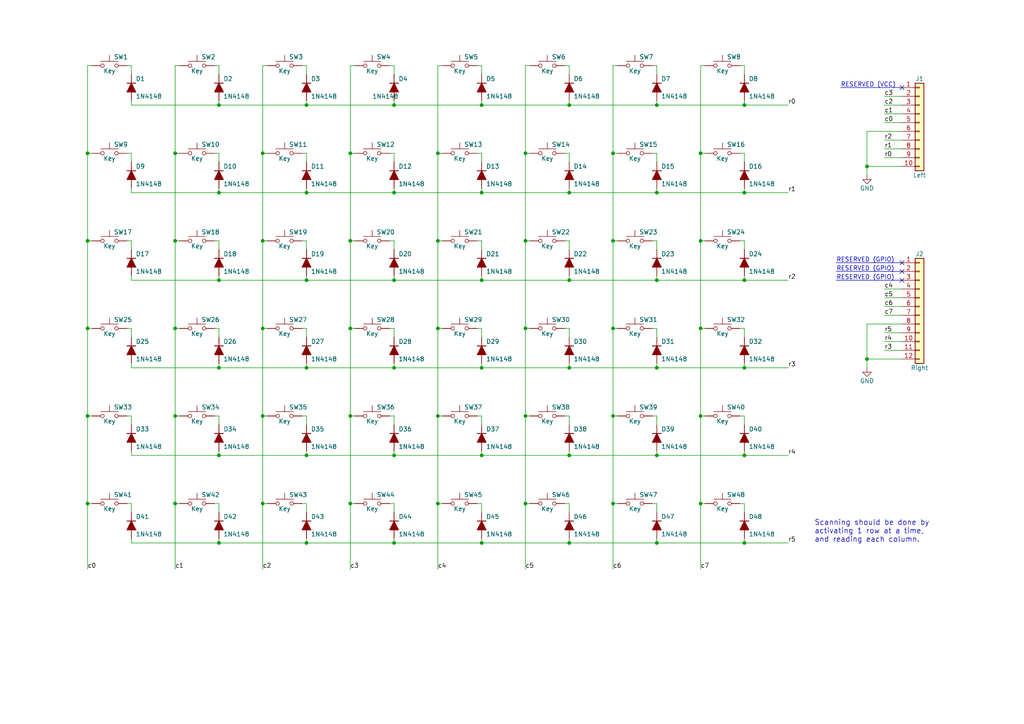
<source format=kicad_sch>
(kicad_sch (version 20230121) (generator eeschema)
  (paper "A4")
  (title_block (title "Eight by Six keyboard") (date "2024-09-06") (company "Sporniket") (comment 3 "https://github.com/sporniket/eight-by-six-keyboard-hardware") (comment 4 "Original repository :"))
  (lib_symbols
    (symbol "Connector_Generic:Conn_01x10" (pin_names (offset 1.016) hide)
      (property "Reference" "J" (at 0 12.7 0))
      (property "Value" "Conn_01x10" (at 0 -15.24 0))
      (symbol "Conn_01x10_1_1"
        (rectangle (start -1.27 -12.573) (end 0 -12.827) (stroke (width 0.1524)))
        (rectangle (start -1.27 -10.033) (end 0 -10.287) (stroke (width 0.1524)))
        (rectangle (start -1.27 -7.493) (end 0 -7.747) (stroke (width 0.1524)))
        (rectangle (start -1.27 -4.953) (end 0 -5.207) (stroke (width 0.1524)))
        (rectangle (start -1.27 -2.413) (end 0 -2.667) (stroke (width 0.1524)))
        (rectangle (start -1.27 0.127) (end 0 -0.127) (stroke (width 0.1524)))
        (rectangle (start -1.27 2.667) (end 0 2.413) (stroke (width 0.1524)))
        (rectangle (start -1.27 5.207) (end 0 4.953) (stroke (width 0.1524)))
        (rectangle (start -1.27 7.747) (end 0 7.493) (stroke (width 0.1524)))
        (rectangle (start -1.27 10.287) (end 0 10.033) (stroke (width 0.1524)))
        (rectangle (start -1.27 11.43) (end 1.27 -13.97) (stroke (width 0.254)) (fill (type background)))
        (pin passive line (at -5.08 10.16 0) (length 3.81) (name "Pin_1") (number "1"))
        (pin passive line (at -5.08 -12.7 0) (length 3.81) (name "Pin_10") (number "10"))
        (pin passive line (at -5.08 7.62 0) (length 3.81) (name "Pin_2") (number "2"))
        (pin passive line (at -5.08 5.08 0) (length 3.81) (name "Pin_3") (number "3"))
        (pin passive line (at -5.08 2.54 0) (length 3.81) (name "Pin_4") (number "4"))
        (pin passive line (at -5.08 0 0) (length 3.81) (name "Pin_5") (number "5"))
        (pin passive line (at -5.08 -2.54 0) (length 3.81) (name "Pin_6") (number "6"))
        (pin passive line (at -5.08 -5.08 0) (length 3.81) (name "Pin_7") (number "7"))
        (pin passive line (at -5.08 -7.62 0) (length 3.81) (name "Pin_8") (number "8"))
        (pin passive line (at -5.08 -10.16 0) (length 3.81) (name "Pin_9") (number "9"))
      )
    )
    (symbol "Connector_Generic:Conn_01x12" (pin_names (offset 1.016) hide)
      (property "Reference" "J" (at 0 15.24 0))
      (property "Value" "Conn_01x12" (at 0 -17.78 0))
      (symbol "Conn_01x12_1_1"
        (rectangle (start -1.27 -15.113) (end 0 -15.367) (stroke (width 0.1524)))
        (rectangle (start -1.27 -12.573) (end 0 -12.827) (stroke (width 0.1524)))
        (rectangle (start -1.27 -10.033) (end 0 -10.287) (stroke (width 0.1524)))
        (rectangle (start -1.27 -7.493) (end 0 -7.747) (stroke (width 0.1524)))
        (rectangle (start -1.27 -4.953) (end 0 -5.207) (stroke (width 0.1524)))
        (rectangle (start -1.27 -2.413) (end 0 -2.667) (stroke (width 0.1524)))
        (rectangle (start -1.27 0.127) (end 0 -0.127) (stroke (width 0.1524)))
        (rectangle (start -1.27 2.667) (end 0 2.413) (stroke (width 0.1524)))
        (rectangle (start -1.27 5.207) (end 0 4.953) (stroke (width 0.1524)))
        (rectangle (start -1.27 7.747) (end 0 7.493) (stroke (width 0.1524)))
        (rectangle (start -1.27 10.287) (end 0 10.033) (stroke (width 0.1524)))
        (rectangle (start -1.27 12.827) (end 0 12.573) (stroke (width 0.1524)))
        (rectangle (start -1.27 13.97) (end 1.27 -16.51) (stroke (width 0.254)) (fill (type background)))
        (pin passive line (at -5.08 12.7 0) (length 3.81) (name "Pin_1") (number "1"))
        (pin passive line (at -5.08 -10.16 0) (length 3.81) (name "Pin_10") (number "10"))
        (pin passive line (at -5.08 -12.7 0) (length 3.81) (name "Pin_11") (number "11"))
        (pin passive line (at -5.08 -15.24 0) (length 3.81) (name "Pin_12") (number "12"))
        (pin passive line (at -5.08 10.16 0) (length 3.81) (name "Pin_2") (number "2"))
        (pin passive line (at -5.08 7.62 0) (length 3.81) (name "Pin_3") (number "3"))
        (pin passive line (at -5.08 5.08 0) (length 3.81) (name "Pin_4") (number "4"))
        (pin passive line (at -5.08 2.54 0) (length 3.81) (name "Pin_5") (number "5"))
        (pin passive line (at -5.08 0 0) (length 3.81) (name "Pin_6") (number "6"))
        (pin passive line (at -5.08 -2.54 0) (length 3.81) (name "Pin_7") (number "7"))
        (pin passive line (at -5.08 -5.08 0) (length 3.81) (name "Pin_8") (number "8"))
        (pin passive line (at -5.08 -7.62 0) (length 3.81) (name "Pin_9") (number "9"))
      )
    )
    (symbol "Device:D_ALT" (pin_numbers hide) (pin_names (offset 1.016) hide)
      (property "Reference" "D" (at 0 2.54 0))
      (property "Value" "Device_D_ALT" (at 0 -2.54 0))
      (symbol "D_ALT_0_1"
        (polyline (pts (xy -1.27 1.27) (xy -1.27 -1.27)) (stroke (width 0.254)))
        (polyline (pts (xy 1.27 0) (xy -1.27 0)))
        (polyline (pts (xy 1.27 1.27) (xy 1.27 -1.27) (xy -1.27 0) (xy 1.27 1.27)) (stroke (width 0.254)) (fill (type outline)))
      )
      (symbol "D_ALT_1_1"
        (pin passive line (at -3.81 0 0) (length 2.54) (name "K") (number "1"))
        (pin passive line (at 3.81 0 180) (length 2.54) (name "A") (number "2"))
      )
    )
    (symbol "Switch:SW_Push" (pin_numbers hide) (pin_names (offset 1.016) hide)
      (property "Reference" "SW" (at 1.27 2.54 0))
      (property "Value" "SW_Push" (at 0 -1.524 0))
      (symbol "SW_Push_0_1"
        (circle (center -2.032 0) (radius 0.508))
        (polyline (pts (xy 0 1.27) (xy 0 3.048)))
        (polyline (pts (xy 2.54 1.27) (xy -2.54 1.27)))
        (circle (center 2.032 0) (radius 0.508))
        (pin passive line (at -5.08 0 0) (length 2.54) (name "1") (number "1"))
        (pin passive line (at 5.08 0 180) (length 2.54) (name "2") (number "2"))
      )
    )
    (symbol "power:GND" (power) (pin_names (offset 0))
      (property "Value" "GND" (at 0 -3.81 0))
      (symbol "GND_0_1"
        (polyline (pts (xy 0 0) (xy 0 -1.27) (xy 1.27 -1.27) (xy 0 -2.54) (xy -1.27 -1.27) (xy 0 -1.27)))
      )
      (symbol "GND_1_1"
        (pin power_in line (at 0 0 270) (length 0) hide (name "GND") (number "1"))
      )
    )
  )
  (junction (at 165.1 55.88))
  (junction (at 101.6 69.85))
  (junction (at 50.8 120.65))
  (junction (at 203.2 69.85))
  (junction (at 177.8 44.45))
  (junction (at 177.8 95.25))
  (junction (at 114.3 55.88))
  (junction (at 114.3 132.08))
  (junction (at 190.5 55.88))
  (junction (at 25.4 69.85))
  (junction (at 152.4 120.65))
  (junction (at 88.9 30.48))
  (junction (at 203.2 44.45))
  (junction (at 101.6 146.05))
  (junction (at 177.8 146.05))
  (junction (at 88.9 157.48))
  (junction (at 127 120.65))
  (junction (at 25.4 146.05))
  (junction (at 114.3 157.48))
  (junction (at 165.1 132.08))
  (junction (at 88.9 81.28))
  (junction (at 139.7 157.48))
  (junction (at 127 44.45))
  (junction (at 76.2 146.05))
  (junction (at 152.4 95.25))
  (junction (at 251.46 104.14))
  (junction (at 203.2 146.05))
  (junction (at 139.7 55.88))
  (junction (at 114.3 81.28))
  (junction (at 127 146.05))
  (junction (at 50.8 95.25))
  (junction (at 139.7 30.48))
  (junction (at 215.9 132.08))
  (junction (at 63.5 55.88))
  (junction (at 139.7 132.08))
  (junction (at 114.3 30.48))
  (junction (at 139.7 81.28))
  (junction (at 152.4 44.45))
  (junction (at 88.9 55.88))
  (junction (at 63.5 157.48))
  (junction (at 63.5 106.68))
  (junction (at 215.9 106.68))
  (junction (at 63.5 81.28))
  (junction (at 25.4 44.45))
  (junction (at 114.3 106.68))
  (junction (at 76.2 120.65))
  (junction (at 88.9 106.68))
  (junction (at 50.8 146.05))
  (junction (at 190.5 132.08))
  (junction (at 101.6 95.25))
  (junction (at 139.7 106.68))
  (junction (at 50.8 44.45))
  (junction (at 101.6 120.65))
  (junction (at 190.5 30.48))
  (junction (at 215.9 30.48))
  (junction (at 88.9 132.08))
  (junction (at 127 69.85))
  (junction (at 25.4 120.65))
  (junction (at 152.4 146.05))
  (junction (at 177.8 120.65))
  (junction (at 190.5 157.48))
  (junction (at 76.2 69.85))
  (junction (at 76.2 95.25))
  (junction (at 215.9 157.48))
  (junction (at 25.4 95.25))
  (junction (at 215.9 81.28))
  (junction (at 177.8 69.85))
  (junction (at 63.5 30.48))
  (junction (at 127 95.25))
  (junction (at 152.4 69.85))
  (junction (at 203.2 120.65))
  (junction (at 165.1 157.48))
  (junction (at 165.1 106.68))
  (junction (at 165.1 30.48))
  (junction (at 165.1 81.28))
  (junction (at 190.5 106.68))
  (junction (at 203.2 95.25))
  (junction (at 251.46 48.26))
  (junction (at 76.2 44.45))
  (junction (at 215.9 55.88))
  (junction (at 101.6 44.45))
  (junction (at 50.8 69.85))
  (junction (at 63.5 132.08))
  (junction (at 190.5 81.28))
  (no_connect (at 261.62 76.2))
  (no_connect (at 261.62 78.74))
  (no_connect (at 261.62 25.4))
  (no_connect (at 261.62 81.28))
  (wire (pts (xy 179.07 44.45) (xy 177.8 44.45)))
  (wire (pts (xy 179.07 120.65) (xy 177.8 120.65)))
  (wire (pts (xy 26.67 120.65) (xy 25.4 120.65)))
  (wire (pts (xy 138.43 95.25) (xy 139.7 95.25)))
  (wire (pts (xy 139.7 106.68) (xy 165.1 106.68)))
  (wire (pts (xy 113.03 69.85) (xy 114.3 69.85)))
  (wire (pts (xy 36.83 69.85) (xy 38.1 69.85)))
  (wire (pts (xy 26.67 44.45) (xy 25.4 44.45)))
  (wire (pts (xy 165.1 44.45) (xy 165.1 46.99)))
  (wire (pts (xy 190.5 21.59) (xy 190.5 19.05)))
  (polyline (pts (xy 243.84 25.4) (xy 261.62 25.4)))
  (wire (pts (xy 25.4 44.45) (xy 25.4 69.85)))
  (wire (pts (xy 38.1 156.21) (xy 38.1 157.48)))
  (wire (pts (xy 88.9 29.21) (xy 88.9 30.48)))
  (wire (pts (xy 190.5 120.65) (xy 190.5 123.19)))
  (wire (pts (xy 256.54 43.18) (xy 261.62 43.18)))
  (wire (pts (xy 101.6 44.45) (xy 101.6 69.85)))
  (wire (pts (xy 88.9 130.81) (xy 88.9 132.08)))
  (wire (pts (xy 139.7 120.65) (xy 139.7 123.19)))
  (wire (pts (xy 152.4 95.25) (xy 152.4 120.65)))
  (wire (pts (xy 88.9 19.05) (xy 87.63 19.05)))
  (wire (pts (xy 179.07 95.25) (xy 177.8 95.25)))
  (wire (pts (xy 256.54 45.72) (xy 261.62 45.72)))
  (wire (pts (xy 251.46 104.14) (xy 261.62 104.14)))
  (wire (pts (xy 215.9 30.48) (xy 228.6 30.48)))
  (wire (pts (xy 190.5 72.39) (xy 190.5 69.85)))
  (wire (pts (xy 114.3 95.25) (xy 114.3 97.79)))
  (wire (pts (xy 26.67 19.05) (xy 25.4 19.05)))
  (wire (pts (xy 62.23 95.25) (xy 63.5 95.25)))
  (wire (pts (xy 62.23 69.85) (xy 63.5 69.85)))
  (wire (pts (xy 251.46 48.26) (xy 261.62 48.26)))
  (wire (pts (xy 77.47 146.05) (xy 76.2 146.05)))
  (wire (pts (xy 25.4 95.25) (xy 25.4 120.65)))
  (wire (pts (xy 190.5 80.01) (xy 190.5 81.28)))
  (wire (pts (xy 139.7 146.05) (xy 139.7 148.59)))
  (wire (pts (xy 165.1 30.48) (xy 190.5 30.48)))
  (wire (pts (xy 256.54 33.02) (xy 261.62 33.02)))
  (wire (pts (xy 76.2 120.65) (xy 76.2 146.05)))
  (wire (pts (xy 204.47 44.45) (xy 203.2 44.45)))
  (wire (pts (xy 38.1 105.41) (xy 38.1 106.68)))
  (wire (pts (xy 165.1 106.68) (xy 190.5 106.68)))
  (wire (pts (xy 256.54 99.06) (xy 261.62 99.06)))
  (wire (pts (xy 102.87 146.05) (xy 101.6 146.05)))
  (wire (pts (xy 38.1 120.65) (xy 38.1 123.19)))
  (wire (pts (xy 38.1 19.05) (xy 38.1 21.59)))
  (wire (pts (xy 52.07 146.05) (xy 50.8 146.05)))
  (wire (pts (xy 215.9 156.21) (xy 215.9 157.48)))
  (wire (pts (xy 204.47 146.05) (xy 203.2 146.05)))
  (wire (pts (xy 165.1 156.21) (xy 165.1 157.48)))
  (wire (pts (xy 38.1 106.68) (xy 63.5 106.68)))
  (wire (pts (xy 153.67 120.65) (xy 152.4 120.65)))
  (wire (pts (xy 88.9 54.61) (xy 88.9 55.88)))
  (wire (pts (xy 152.4 146.05) (xy 152.4 165.1)))
  (wire (pts (xy 114.3 146.05) (xy 114.3 148.59)))
  (wire (pts (xy 189.23 120.65) (xy 190.5 120.65)))
  (wire (pts (xy 256.54 86.36) (xy 261.62 86.36)))
  (wire (pts (xy 88.9 120.65) (xy 88.9 123.19)))
  (wire (pts (xy 26.67 69.85) (xy 25.4 69.85)))
  (wire (pts (xy 77.47 19.05) (xy 76.2 19.05)))
  (wire (pts (xy 114.3 105.41) (xy 114.3 106.68)))
  (wire (pts (xy 88.9 105.41) (xy 88.9 106.68)))
  (wire (pts (xy 152.4 44.45) (xy 152.4 69.85)))
  (wire (pts (xy 36.83 19.05) (xy 38.1 19.05)))
  (wire (pts (xy 128.27 69.85) (xy 127 69.85)))
  (wire (pts (xy 128.27 19.05) (xy 127 19.05)))
  (wire (pts (xy 179.07 69.85) (xy 177.8 69.85)))
  (wire (pts (xy 38.1 54.61) (xy 38.1 55.88)))
  (wire (pts (xy 50.8 95.25) (xy 50.8 120.65)))
  (wire (pts (xy 177.8 120.65) (xy 177.8 146.05)))
  (wire (pts (xy 76.2 69.85) (xy 76.2 95.25)))
  (wire (pts (xy 63.5 54.61) (xy 63.5 55.88)))
  (wire (pts (xy 114.3 80.01) (xy 114.3 81.28)))
  (wire (pts (xy 36.83 120.65) (xy 38.1 120.65)))
  (wire (pts (xy 139.7 105.41) (xy 139.7 106.68)))
  (wire (pts (xy 38.1 44.45) (xy 36.83 44.45)))
  (wire (pts (xy 114.3 54.61) (xy 114.3 55.88)))
  (wire (pts (xy 87.63 44.45) (xy 88.9 44.45)))
  (wire (pts (xy 215.9 54.61) (xy 215.9 55.88)))
  (wire (pts (xy 63.5 106.68) (xy 88.9 106.68)))
  (wire (pts (xy 101.6 95.25) (xy 101.6 120.65)))
  (wire (pts (xy 127 44.45) (xy 127 69.85)))
  (wire (pts (xy 152.4 120.65) (xy 152.4 146.05)))
  (wire (pts (xy 251.46 48.26) (xy 251.46 50.8)))
  (wire (pts (xy 63.5 80.01) (xy 63.5 81.28)))
  (wire (pts (xy 25.4 69.85) (xy 25.4 95.25)))
  (wire (pts (xy 139.7 19.05) (xy 139.7 21.59)))
  (wire (pts (xy 25.4 120.65) (xy 25.4 146.05)))
  (wire (pts (xy 165.1 105.41) (xy 165.1 106.68)))
  (wire (pts (xy 63.5 157.48) (xy 88.9 157.48)))
  (wire (pts (xy 153.67 44.45) (xy 152.4 44.45)))
  (wire (pts (xy 215.9 44.45) (xy 214.63 44.45)))
  (wire (pts (xy 52.07 120.65) (xy 50.8 120.65)))
  (wire (pts (xy 77.47 69.85) (xy 76.2 69.85)))
  (wire (pts (xy 204.47 69.85) (xy 203.2 69.85)))
  (wire (pts (xy 215.9 157.48) (xy 228.6 157.48)))
  (wire (pts (xy 36.83 146.05) (xy 38.1 146.05)))
  (wire (pts (xy 101.6 69.85) (xy 101.6 95.25)))
  (wire (pts (xy 153.67 19.05) (xy 152.4 19.05)))
  (wire (pts (xy 256.54 40.64) (xy 261.62 40.64)))
  (wire (pts (xy 190.5 130.81) (xy 190.5 132.08)))
  (wire (pts (xy 165.1 80.01) (xy 165.1 81.28)))
  (wire (pts (xy 76.2 44.45) (xy 76.2 69.85)))
  (wire (pts (xy 113.03 146.05) (xy 114.3 146.05)))
  (wire (pts (xy 128.27 120.65) (xy 127 120.65)))
  (wire (pts (xy 139.7 69.85) (xy 139.7 72.39)))
  (wire (pts (xy 102.87 44.45) (xy 101.6 44.45)))
  (wire (pts (xy 214.63 19.05) (xy 215.9 19.05)))
  (wire (pts (xy 163.83 146.05) (xy 165.1 146.05)))
  (wire (pts (xy 165.1 95.25) (xy 165.1 97.79)))
  (wire (pts (xy 88.9 81.28) (xy 114.3 81.28)))
  (wire (pts (xy 88.9 19.05) (xy 88.9 21.59)))
  (wire (pts (xy 190.5 29.21) (xy 190.5 30.48)))
  (wire (pts (xy 215.9 132.08) (xy 215.9 130.81)))
  (wire (pts (xy 163.83 95.25) (xy 165.1 95.25)))
  (wire (pts (xy 76.2 95.25) (xy 76.2 120.65)))
  (wire (pts (xy 88.9 156.21) (xy 88.9 157.48)))
  (wire (pts (xy 114.3 19.05) (xy 114.3 21.59)))
  (wire (pts (xy 127 120.65) (xy 127 146.05)))
  (wire (pts (xy 139.7 44.45) (xy 139.7 46.99)))
  (wire (pts (xy 50.8 120.65) (xy 50.8 146.05)))
  (wire (pts (xy 204.47 19.05) (xy 203.2 19.05)))
  (wire (pts (xy 203.2 19.05) (xy 203.2 44.45)))
  (wire (pts (xy 114.3 132.08) (xy 139.7 132.08)))
  (polyline (pts (xy 242.57 81.28) (xy 261.62 81.28)))
  (wire (pts (xy 139.7 30.48) (xy 165.1 30.48)))
  (wire (pts (xy 177.8 44.45) (xy 177.8 69.85)))
  (wire (pts (xy 101.6 120.65) (xy 101.6 146.05)))
  (wire (pts (xy 177.8 146.05) (xy 177.8 165.1)))
  (wire (pts (xy 153.67 69.85) (xy 152.4 69.85)))
  (wire (pts (xy 38.1 80.01) (xy 38.1 81.28)))
  (wire (pts (xy 139.7 80.01) (xy 139.7 81.28)))
  (wire (pts (xy 163.83 120.65) (xy 165.1 120.65)))
  (wire (pts (xy 50.8 146.05) (xy 50.8 165.1)))
  (wire (pts (xy 190.5 157.48) (xy 215.9 157.48)))
  (wire (pts (xy 165.1 81.28) (xy 190.5 81.28)))
  (wire (pts (xy 215.9 55.88) (xy 228.6 55.88)))
  (wire (pts (xy 256.54 96.52) (xy 261.62 96.52)))
  (wire (pts (xy 88.9 69.85) (xy 88.9 72.39)))
  (wire (pts (xy 114.3 44.45) (xy 114.3 46.99)))
  (wire (pts (xy 190.5 30.48) (xy 215.9 30.48)))
  (wire (pts (xy 113.03 19.05) (xy 114.3 19.05)))
  (wire (pts (xy 114.3 69.85) (xy 114.3 72.39)))
  (wire (pts (xy 165.1 146.05) (xy 165.1 148.59)))
  (wire (pts (xy 62.23 44.45) (xy 63.5 44.45)))
  (wire (pts (xy 153.67 95.25) (xy 152.4 95.25)))
  (wire (pts (xy 63.5 69.85) (xy 63.5 72.39)))
  (wire (pts (xy 113.03 95.25) (xy 114.3 95.25)))
  (wire (pts (xy 50.8 69.85) (xy 50.8 95.25)))
  (wire (pts (xy 190.5 81.28) (xy 215.9 81.28)))
  (wire (pts (xy 256.54 88.9) (xy 261.62 88.9)))
  (wire (pts (xy 163.83 19.05) (xy 165.1 19.05)))
  (wire (pts (xy 38.1 95.25) (xy 38.1 97.79)))
  (wire (pts (xy 63.5 55.88) (xy 88.9 55.88)))
  (wire (pts (xy 77.47 95.25) (xy 76.2 95.25)))
  (wire (pts (xy 215.9 81.28) (xy 228.6 81.28)))
  (wire (pts (xy 63.5 105.41) (xy 63.5 106.68)))
  (wire (pts (xy 38.1 46.99) (xy 38.1 44.45)))
  (wire (pts (xy 165.1 69.85) (xy 165.1 72.39)))
  (wire (pts (xy 190.5 69.85) (xy 189.23 69.85)))
  (wire (pts (xy 38.1 29.21) (xy 38.1 30.48)))
  (wire (pts (xy 87.63 120.65) (xy 88.9 120.65)))
  (wire (pts (xy 76.2 19.05) (xy 76.2 44.45)))
  (wire (pts (xy 114.3 157.48) (xy 139.7 157.48)))
  (wire (pts (xy 152.4 19.05) (xy 152.4 44.45)))
  (wire (pts (xy 256.54 101.6) (xy 261.62 101.6)))
  (wire (pts (xy 114.3 120.65) (xy 114.3 123.19)))
  (wire (pts (xy 215.9 120.65) (xy 215.9 123.19)))
  (wire (pts (xy 214.63 146.05) (xy 215.9 146.05)))
  (wire (pts (xy 88.9 132.08) (xy 114.3 132.08)))
  (wire (pts (xy 114.3 130.81) (xy 114.3 132.08)))
  (wire (pts (xy 177.8 69.85) (xy 177.8 95.25)))
  (wire (pts (xy 215.9 29.21) (xy 215.9 30.48)))
  (wire (pts (xy 25.4 146.05) (xy 25.4 165.1)))
  (wire (pts (xy 52.07 44.45) (xy 50.8 44.45)))
  (wire (pts (xy 190.5 46.99) (xy 190.5 44.45)))
  (wire (pts (xy 251.46 38.1) (xy 261.62 38.1)))
  (wire (pts (xy 204.47 95.25) (xy 203.2 95.25)))
  (wire (pts (xy 88.9 30.48) (xy 114.3 30.48)))
  (wire (pts (xy 256.54 91.44) (xy 261.62 91.44)))
  (wire (pts (xy 215.9 46.99) (xy 215.9 44.45)))
  (wire (pts (xy 189.23 146.05) (xy 190.5 146.05)))
  (wire (pts (xy 139.7 55.88) (xy 165.1 55.88)))
  (wire (pts (xy 190.5 106.68) (xy 215.9 106.68)))
  (wire (pts (xy 190.5 55.88) (xy 215.9 55.88)))
  (wire (pts (xy 128.27 146.05) (xy 127 146.05)))
  (wire (pts (xy 203.2 69.85) (xy 203.2 95.25)))
  (wire (pts (xy 38.1 157.48) (xy 63.5 157.48)))
  (wire (pts (xy 63.5 120.65) (xy 63.5 123.19)))
  (wire (pts (xy 114.3 29.21) (xy 114.3 30.48)))
  (wire (pts (xy 113.03 44.45) (xy 114.3 44.45)))
  (wire (pts (xy 190.5 97.79) (xy 190.5 95.25)))
  (wire (pts (xy 139.7 81.28) (xy 165.1 81.28)))
  (wire (pts (xy 62.23 19.05) (xy 63.5 19.05)))
  (wire (pts (xy 215.9 97.79) (xy 215.9 95.25)))
  (wire (pts (xy 127 19.05) (xy 127 44.45)))
  (wire (pts (xy 215.9 105.41) (xy 215.9 106.68)))
  (wire (pts (xy 101.6 19.05) (xy 101.6 44.45)))
  (wire (pts (xy 165.1 29.21) (xy 165.1 30.48)))
  (wire (pts (xy 165.1 54.61) (xy 165.1 55.88)))
  (wire (pts (xy 179.07 146.05) (xy 177.8 146.05)))
  (wire (pts (xy 139.7 157.48) (xy 165.1 157.48)))
  (wire (pts (xy 87.63 69.85) (xy 88.9 69.85)))
  (wire (pts (xy 152.4 69.85) (xy 152.4 95.25)))
  (wire (pts (xy 256.54 27.94) (xy 261.62 27.94)))
  (wire (pts (xy 114.3 156.21) (xy 114.3 157.48)))
  (wire (pts (xy 138.43 146.05) (xy 139.7 146.05)))
  (wire (pts (xy 77.47 44.45) (xy 76.2 44.45)))
  (wire (pts (xy 139.7 130.81) (xy 139.7 132.08)))
  (wire (pts (xy 215.9 106.68) (xy 228.6 106.68)))
  (wire (pts (xy 63.5 44.45) (xy 63.5 46.99)))
  (wire (pts (xy 101.6 146.05) (xy 101.6 165.1)))
  (wire (pts (xy 88.9 80.01) (xy 88.9 81.28)))
  (wire (pts (xy 38.1 132.08) (xy 63.5 132.08)))
  (wire (pts (xy 139.7 54.61) (xy 139.7 55.88)))
  (wire (pts (xy 114.3 30.48) (xy 139.7 30.48)))
  (wire (pts (xy 190.5 19.05) (xy 189.23 19.05)))
  (wire (pts (xy 190.5 54.61) (xy 190.5 55.88)))
  (wire (pts (xy 177.8 19.05) (xy 177.8 44.45)))
  (wire (pts (xy 62.23 120.65) (xy 63.5 120.65)))
  (wire (pts (xy 38.1 69.85) (xy 38.1 72.39)))
  (wire (pts (xy 203.2 95.25) (xy 203.2 120.65)))
  (wire (pts (xy 215.9 95.25) (xy 214.63 95.25)))
  (wire (pts (xy 88.9 106.68) (xy 114.3 106.68)))
  (wire (pts (xy 25.4 19.05) (xy 25.4 44.45)))
  (wire (pts (xy 251.46 38.1) (xy 251.46 48.26)))
  (wire (pts (xy 203.2 146.05) (xy 203.2 165.1)))
  (wire (pts (xy 256.54 35.56) (xy 261.62 35.56)))
  (wire (pts (xy 62.23 146.05) (xy 63.5 146.05)))
  (wire (pts (xy 63.5 95.25) (xy 63.5 97.79)))
  (wire (pts (xy 256.54 83.82) (xy 261.62 83.82)))
  (wire (pts (xy 138.43 19.05) (xy 139.7 19.05)))
  (wire (pts (xy 215.9 132.08) (xy 228.6 132.08)))
  (wire (pts (xy 52.07 95.25) (xy 50.8 95.25)))
  (wire (pts (xy 139.7 29.21) (xy 139.7 30.48)))
  (wire (pts (xy 138.43 44.45) (xy 139.7 44.45)))
  (wire (pts (xy 128.27 44.45) (xy 127 44.45)))
  (wire (pts (xy 113.03 120.65) (xy 114.3 120.65)))
  (wire (pts (xy 52.07 19.05) (xy 50.8 19.05)))
  (wire (pts (xy 215.9 72.39) (xy 215.9 69.85)))
  (wire (pts (xy 190.5 105.41) (xy 190.5 106.68)))
  (wire (pts (xy 38.1 81.28) (xy 63.5 81.28)))
  (wire (pts (xy 165.1 157.48) (xy 190.5 157.48)))
  (wire (pts (xy 128.27 95.25) (xy 127 95.25)))
  (wire (pts (xy 88.9 157.48) (xy 114.3 157.48)))
  (wire (pts (xy 127 69.85) (xy 127 95.25)))
  (wire (pts (xy 88.9 146.05) (xy 88.9 148.59)))
  (wire (pts (xy 114.3 106.68) (xy 139.7 106.68)))
  (wire (pts (xy 214.63 120.65) (xy 215.9 120.65)))
  (wire (pts (xy 102.87 95.25) (xy 101.6 95.25)))
  (wire (pts (xy 215.9 146.05) (xy 215.9 148.59)))
  (wire (pts (xy 38.1 146.05) (xy 38.1 148.59)))
  (wire (pts (xy 203.2 44.45) (xy 203.2 69.85)))
  (wire (pts (xy 163.83 44.45) (xy 165.1 44.45)))
  (wire (pts (xy 190.5 132.08) (xy 215.9 132.08)))
  (wire (pts (xy 102.87 19.05) (xy 101.6 19.05)))
  (wire (pts (xy 38.1 30.48) (xy 63.5 30.48)))
  (wire (pts (xy 215.9 80.01) (xy 215.9 81.28)))
  (wire (pts (xy 127 95.25) (xy 127 120.65)))
  (wire (pts (xy 204.47 120.65) (xy 203.2 120.65)))
  (wire (pts (xy 63.5 146.05) (xy 63.5 148.59)))
  (wire (pts (xy 63.5 81.28) (xy 88.9 81.28)))
  (wire (pts (xy 190.5 156.21) (xy 190.5 157.48)))
  (wire (pts (xy 138.43 120.65) (xy 139.7 120.65)))
  (wire (pts (xy 251.46 106.68) (xy 251.46 104.14)))
  (wire (pts (xy 153.67 146.05) (xy 152.4 146.05)))
  (wire (pts (xy 165.1 120.65) (xy 165.1 123.19)))
  (wire (pts (xy 215.9 19.05) (xy 215.9 21.59)))
  (wire (pts (xy 63.5 30.48) (xy 88.9 30.48)))
  (wire (pts (xy 36.83 95.25) (xy 38.1 95.25)))
  (wire (pts (xy 251.46 93.98) (xy 251.46 104.14)))
  (wire (pts (xy 165.1 130.81) (xy 165.1 132.08)))
  (wire (pts (xy 63.5 130.81) (xy 63.5 132.08)))
  (wire (pts (xy 77.47 120.65) (xy 76.2 120.65)))
  (wire (pts (xy 26.67 95.25) (xy 25.4 95.25)))
  (wire (pts (xy 50.8 44.45) (xy 50.8 69.85)))
  (wire (pts (xy 87.63 146.05) (xy 88.9 146.05)))
  (wire (pts (xy 215.9 69.85) (xy 214.63 69.85)))
  (wire (pts (xy 88.9 95.25) (xy 88.9 97.79)))
  (wire (pts (xy 165.1 19.05) (xy 165.1 21.59)))
  (wire (pts (xy 87.63 95.25) (xy 88.9 95.25)))
  (wire (pts (xy 63.5 19.05) (xy 63.5 21.59)))
  (wire (pts (xy 190.5 146.05) (xy 190.5 148.59)))
  (wire (pts (xy 63.5 156.21) (xy 63.5 157.48)))
  (wire (pts (xy 114.3 81.28) (xy 139.7 81.28)))
  (wire (pts (xy 26.67 146.05) (xy 25.4 146.05)))
  (wire (pts (xy 139.7 156.21) (xy 139.7 157.48)))
  (wire (pts (xy 203.2 120.65) (xy 203.2 146.05)))
  (wire (pts (xy 88.9 44.45) (xy 88.9 46.99)))
  (wire (pts (xy 102.87 69.85) (xy 101.6 69.85)))
  (wire (pts (xy 190.5 44.45) (xy 189.23 44.45)))
  (wire (pts (xy 63.5 132.08) (xy 88.9 132.08)))
  (wire (pts (xy 139.7 132.08) (xy 165.1 132.08)))
  (wire (pts (xy 139.7 95.25) (xy 139.7 97.79)))
  (wire (pts (xy 50.8 19.05) (xy 50.8 44.45)))
  (wire (pts (xy 138.43 69.85) (xy 139.7 69.85)))
  (wire (pts (xy 177.8 95.25) (xy 177.8 120.65)))
  (wire (pts (xy 179.07 19.05) (xy 177.8 19.05)))
  (wire (pts (xy 38.1 55.88) (xy 63.5 55.88)))
  (wire (pts (xy 163.83 69.85) (xy 165.1 69.85)))
  (wire (pts (xy 114.3 55.88) (xy 139.7 55.88)))
  (wire (pts (xy 63.5 29.21) (xy 63.5 30.48)))
  (wire (pts (xy 251.46 93.98) (xy 261.62 93.98)))
  (wire (pts (xy 38.1 130.81) (xy 38.1 132.08)))
  (wire (pts (xy 102.87 120.65) (xy 101.6 120.65)))
  (polyline (pts (xy 242.57 76.2) (xy 261.62 76.2)))
  (wire (pts (xy 256.54 30.48) (xy 261.62 30.48)))
  (wire (pts (xy 76.2 146.05) (xy 76.2 165.1)))
  (wire (pts (xy 165.1 55.88) (xy 190.5 55.88)))
  (wire (pts (xy 127 146.05) (xy 127 165.1)))
  (wire (pts (xy 190.5 95.25) (xy 189.23 95.25)))
  (wire (pts (xy 165.1 132.08) (xy 190.5 132.08)))
  (wire (pts (xy 88.9 55.88) (xy 114.3 55.88)))
  (wire (pts (xy 52.07 69.85) (xy 50.8 69.85)))
  (polyline (pts (xy 242.57 78.74) (xy 261.62 78.74)))
  (text "RESERVED (GPIO)" (at 242.57 78.74 0) (effects (font (size 1.27 1.27)) (justify left bottom)))
  (text "RESERVED (GPIO)" (at 242.57 76.2 0) (effects (font (size 1.27 1.27)) (justify left bottom)))
  (text "Scanning should be done by \nactivating 1 row at a time,\nand reading each column." (at 236.22 157.48 0) (effects (font (size 1.52 1.52)) (justify left bottom)))
  (text "RESERVED (GPIO)" (at 242.57 81.28 0) (effects (font (size 1.27 1.27)) (justify left bottom)))
  (text "RESERVED (VCC)" (at 243.84 25.4 0) (effects (font (size 1.27 1.27)) (justify left bottom)))
  (label "r4" (at 228.6 132.08 0))
  (label "r5" (at 228.6 157.48 0))
  (label "c1" (at 50.8 165.1 0))
  (label "c7" (at 203.2 165.1 0))
  (label "r1" (at 228.6 55.88 0))
  (label "c2" (at 76.2 165.1 0))
  (label "r0" (at 256.54 45.72 0))
  (label "r5" (at 256.54 96.52 0))
  (label "c1" (at 256.54 33.02 0))
  (label "c3" (at 256.54 27.94 0))
  (label "r2" (at 228.6 81.28 0))
  (label "r3" (at 228.6 106.68 0))
  (label "c5" (at 256.54 86.36 0))
  (label "c5" (at 152.4 165.1 0))
  (label "c2" (at 256.54 30.48 0))
  (label "r3" (at 256.54 101.6 0))
  (label "r2" (at 256.54 40.64 0))
  (label "r0" (at 228.6 30.48 0))
  (label "r4" (at 256.54 99.06 0))
  (label "c6" (at 177.8 165.1 0))
  (label "c0" (at 25.4 165.1 0))
  (label "c0" (at 256.54 35.56 0))
  (label "c4" (at 256.54 83.82 0))
  (label "c3" (at 101.6 165.1 0))
  (label "c7" (at 256.54 91.44 0))
  (label "r1" (at 256.54 43.18 0))
  (label "c4" (at 127 165.1 0))
  (label "c6" (at 256.54 88.9 0))
  (symbol (lib_id "Switch:SW_Push") (at 31.75 19.05 0) (unit 1)
    (property "Reference" "SW1" (at 33.02 16.51 0) (effects (justify left)))
    (property "Value" "Key" (at 31.75 20.574 0))
    (property "Footprint" "key-switches:SW_MX_THT" (effects hide))
  )
  (symbol (lib_id "Device:D_ALT") (at 38.1 25.4 270) (unit 1)
    (property "Reference" "D1" (at 39.37 22.86 90) (effects (justify left)))
    (property "Value" "1N4148" (at 39.37 27.94 90) (effects (justify left)))
    (property "Footprint" "commons-passives_THT:Passive_THT_diode_W2.54mm_L12.70mm" (effects hide))
  )
  (symbol (lib_id "Switch:SW_Push") (at 57.15 19.05 0) (unit 1)
    (property "Reference" "SW2" (at 58.42 16.51 0) (effects (justify left)))
    (property "Value" "Key" (at 57.15 20.574 0))
    (property "Footprint" "key-switches:SW_MX_THT" (effects hide))
  )
  (symbol (lib_id "Device:D_ALT") (at 63.5 25.4 270) (unit 1)
    (property "Reference" "D2" (at 64.77 22.86 90) (effects (justify left)))
    (property "Value" "1N4148" (at 64.77 27.94 90) (effects (justify left)))
    (property "Footprint" "commons-passives_THT:Passive_THT_diode_W2.54mm_L12.70mm" (effects hide))
  )
  (symbol (lib_id "Switch:SW_Push") (at 82.55 19.05 0) (unit 1)
    (property "Reference" "SW3" (at 83.82 16.51 0) (effects (justify left)))
    (property "Value" "Key" (at 82.55 20.574 0))
    (property "Footprint" "key-switches:SW_MX_THT" (effects hide))
  )
  (symbol (lib_id "Device:D_ALT") (at 88.9 25.4 270) (unit 1)
    (property "Reference" "D3" (at 90.17 22.86 90) (effects (justify left)))
    (property "Value" "1N4148" (at 90.17 27.94 90) (effects (justify left)))
    (property "Footprint" "commons-passives_THT:Passive_THT_diode_W2.54mm_L12.70mm" (effects hide))
  )
  (symbol (lib_id "Switch:SW_Push") (at 107.95 19.05 0) (unit 1)
    (property "Reference" "SW4" (at 109.22 16.51 0) (effects (justify left)))
    (property "Value" "Key" (at 107.95 20.574 0))
    (property "Footprint" "key-switches:SW_MX_THT" (effects hide))
  )
  (symbol (lib_id "Device:D_ALT") (at 114.3 25.4 270) (unit 1)
    (property "Reference" "D4" (at 115.57 22.86 90) (effects (justify left)))
    (property "Value" "1N4148" (at 115.57 27.94 90) (effects (justify right)))
    (property "Footprint" "commons-passives_THT:Passive_THT_diode_W2.54mm_L12.70mm" (effects hide))
  )
  (symbol (lib_id "Switch:SW_Push") (at 133.35 19.05 0) (unit 1)
    (property "Reference" "SW5" (at 134.62 16.51 0) (effects (justify left)))
    (property "Value" "Key" (at 133.35 20.574 0))
    (property "Footprint" "key-switches:SW_MX_THT" (effects hide))
  )
  (symbol (lib_id "Device:D_ALT") (at 139.7 25.4 270) (unit 1)
    (property "Reference" "D5" (at 140.97 22.86 90) (effects (justify left)))
    (property "Value" "1N4148" (at 140.97 27.94 90) (effects (justify left)))
    (property "Footprint" "commons-passives_THT:Passive_THT_diode_W2.54mm_L12.70mm" (effects hide))
  )
  (symbol (lib_id "Switch:SW_Push") (at 158.75 19.05 0) (unit 1)
    (property "Reference" "SW6" (at 160.02 16.51 0) (effects (justify left)))
    (property "Value" "Key" (at 158.75 20.574 0))
    (property "Footprint" "key-switches:SW_MX_THT" (effects hide))
  )
  (symbol (lib_id "Device:D_ALT") (at 165.1 25.4 270) (unit 1)
    (property "Reference" "D6" (at 166.37 22.86 90) (effects (justify left)))
    (property "Value" "1N4148" (at 166.37 27.94 90) (effects (justify left)))
    (property "Footprint" "commons-passives_THT:Passive_THT_diode_W2.54mm_L12.70mm" (effects hide))
  )
  (symbol (lib_id "Switch:SW_Push") (at 184.15 19.05 0) (unit 1)
    (property "Reference" "SW7" (at 185.42 16.51 0) (effects (justify left)))
    (property "Value" "Key" (at 184.15 20.574 0))
    (property "Footprint" "key-switches:SW_MX_THT" (effects hide))
  )
  (symbol (lib_id "Device:D_ALT") (at 190.5 25.4 270) (unit 1)
    (property "Reference" "D7" (at 191.77 22.86 90) (effects (justify left)))
    (property "Value" "1N4148" (at 191.77 27.94 90) (effects (justify left)))
    (property "Footprint" "commons-passives_THT:Passive_THT_diode_W2.54mm_L12.70mm" (effects hide))
  )
  (symbol (lib_id "Switch:SW_Push") (at 209.55 19.05 0) (unit 1)
    (property "Reference" "SW8" (at 210.82 16.51 0) (effects (justify left)))
    (property "Value" "Key" (at 209.55 20.574 0))
    (property "Footprint" "key-switches:SW_MX_THT" (effects hide))
  )
  (symbol (lib_id "Device:D_ALT") (at 215.9 25.4 270) (unit 1)
    (property "Reference" "D8" (at 217.17 22.86 90) (effects (justify left)))
    (property "Value" "1N4148" (at 217.17 27.94 90) (effects (justify left)))
    (property "Footprint" "commons-passives_THT:Passive_THT_diode_W2.54mm_L12.70mm" (effects hide))
  )
  (symbol (lib_id "Switch:SW_Push") (at 31.75 44.45 0) (unit 1)
    (property "Reference" "SW9" (at 33.02 41.91 0) (effects (justify left)))
    (property "Value" "Key" (at 31.75 45.974 0))
    (property "Footprint" "key-switches:SW_MX_THT" (effects hide))
  )
  (symbol (lib_id "Device:D_ALT") (at 38.1 50.8 270) (unit 1)
    (property "Reference" "D9" (at 39.37 48.26 90) (effects (justify left)))
    (property "Value" "1N4148" (at 39.37 53.34 90) (effects (justify left)))
    (property "Footprint" "commons-passives_THT:Passive_THT_diode_W2.54mm_L12.70mm" (effects hide))
  )
  (symbol (lib_id "Switch:SW_Push") (at 57.15 44.45 0) (unit 1)
    (property "Reference" "SW10" (at 58.42 41.91 0) (effects (justify left)))
    (property "Value" "Key" (at 57.15 45.974 0))
    (property "Footprint" "key-switches:SW_MX_THT" (effects hide))
  )
  (symbol (lib_id "Device:D_ALT") (at 63.5 50.8 270) (unit 1)
    (property "Reference" "D10" (at 64.77 48.26 90) (effects (justify left)))
    (property "Value" "1N4148" (at 64.77 53.34 90) (effects (justify left)))
    (property "Footprint" "commons-passives_THT:Passive_THT_diode_W2.54mm_L12.70mm" (effects hide))
  )
  (symbol (lib_id "Switch:SW_Push") (at 82.55 44.45 0) (unit 1)
    (property "Reference" "SW11" (at 83.82 41.91 0) (effects (justify left)))
    (property "Value" "Key" (at 82.55 45.974 0))
    (property "Footprint" "key-switches:SW_MX_THT" (effects hide))
  )
  (symbol (lib_id "Device:D_ALT") (at 88.9 50.8 270) (unit 1)
    (property "Reference" "D11" (at 90.17 48.26 90) (effects (justify left)))
    (property "Value" "1N4148" (at 90.17 53.34 90) (effects (justify left)))
    (property "Footprint" "commons-passives_THT:Passive_THT_diode_W2.54mm_L12.70mm" (effects hide))
  )
  (symbol (lib_id "Switch:SW_Push") (at 107.95 44.45 0) (unit 1)
    (property "Reference" "SW12" (at 109.22 41.91 0) (effects (justify left)))
    (property "Value" "Key" (at 107.95 45.974 0))
    (property "Footprint" "key-switches:SW_MX_THT" (effects hide))
  )
  (symbol (lib_id "Device:D_ALT") (at 114.3 50.8 270) (unit 1)
    (property "Reference" "D12" (at 115.57 48.26 90) (effects (justify left)))
    (property "Value" "1N4148" (at 115.57 53.34 90) (effects (justify left)))
    (property "Footprint" "commons-passives_THT:Passive_THT_diode_W2.54mm_L12.70mm" (effects hide))
  )
  (symbol (lib_id "Switch:SW_Push") (at 133.35 44.45 0) (unit 1)
    (property "Reference" "SW13" (at 134.62 41.91 0) (effects (justify left)))
    (property "Value" "Key" (at 133.35 45.974 0))
    (property "Footprint" "key-switches:SW_MX_THT" (effects hide))
  )
  (symbol (lib_id "Device:D_ALT") (at 139.7 50.8 270) (unit 1)
    (property "Reference" "D13" (at 140.97 48.26 90) (effects (justify left)))
    (property "Value" "1N4148" (at 140.97 53.34 90) (effects (justify left)))
    (property "Footprint" "commons-passives_THT:Passive_THT_diode_W2.54mm_L12.70mm" (effects hide))
  )
  (symbol (lib_id "Switch:SW_Push") (at 158.75 44.45 0) (unit 1)
    (property "Reference" "SW14" (at 160.02 41.91 0) (effects (justify left)))
    (property "Value" "Key" (at 158.75 45.974 0))
    (property "Footprint" "key-switches:SW_MX_THT" (effects hide))
  )
  (symbol (lib_id "Device:D_ALT") (at 165.1 50.8 270) (unit 1)
    (property "Reference" "D14" (at 166.37 48.26 90) (effects (justify left)))
    (property "Value" "1N4148" (at 166.37 53.34 90) (effects (justify left)))
    (property "Footprint" "commons-passives_THT:Passive_THT_diode_W2.54mm_L12.70mm" (effects hide))
  )
  (symbol (lib_id "Switch:SW_Push") (at 184.15 44.45 0) (unit 1)
    (property "Reference" "SW15" (at 185.42 41.91 0) (effects (justify left)))
    (property "Value" "Key" (at 184.15 45.974 0))
    (property "Footprint" "key-switches:SW_MX_THT" (effects hide))
  )
  (symbol (lib_id "Device:D_ALT") (at 190.5 50.8 270) (unit 1)
    (property "Reference" "D15" (at 191.77 48.26 90) (effects (justify left)))
    (property "Value" "1N4148" (at 191.77 53.34 90) (effects (justify left)))
    (property "Footprint" "commons-passives_THT:Passive_THT_diode_W2.54mm_L12.70mm" (effects hide))
  )
  (symbol (lib_id "Switch:SW_Push") (at 209.55 44.45 0) (unit 1)
    (property "Reference" "SW16" (at 210.82 41.91 0) (effects (justify left)))
    (property "Value" "Key" (at 209.55 45.974 0))
    (property "Footprint" "key-switches:SW_MX_THT" (effects hide))
  )
  (symbol (lib_id "Device:D_ALT") (at 215.9 50.8 270) (unit 1)
    (property "Reference" "D16" (at 217.17 48.26 90) (effects (justify left)))
    (property "Value" "1N4148" (at 217.17 53.34 90) (effects (justify left)))
    (property "Footprint" "commons-passives_THT:Passive_THT_diode_W2.54mm_L12.70mm" (effects hide))
  )
  (symbol (lib_id "Switch:SW_Push") (at 31.75 69.85 0) (unit 1)
    (property "Reference" "SW17" (at 33.02 67.31 0) (effects (justify left)))
    (property "Value" "Key" (at 31.75 71.374 0))
    (property "Footprint" "key-switches:SW_MX_THT" (effects hide))
  )
  (symbol (lib_id "Device:D_ALT") (at 38.1 76.2 270) (unit 1)
    (property "Reference" "D17" (at 39.37 73.66 90) (effects (justify left)))
    (property "Value" "1N4148" (at 39.37 78.74 90) (effects (justify left)))
    (property "Footprint" "commons-passives_THT:Passive_THT_diode_W2.54mm_L12.70mm" (effects hide))
  )
  (symbol (lib_id "Switch:SW_Push") (at 57.15 69.85 0) (unit 1)
    (property "Reference" "SW18" (at 58.42 67.31 0) (effects (justify left)))
    (property "Value" "Key" (at 57.15 71.374 0))
    (property "Footprint" "key-switches:SW_MX_THT" (effects hide))
  )
  (symbol (lib_id "Device:D_ALT") (at 63.5 76.2 270) (unit 1)
    (property "Reference" "D18" (at 64.77 73.66 90) (effects (justify left)))
    (property "Value" "1N4148" (at 64.77 78.74 90) (effects (justify left)))
    (property "Footprint" "commons-passives_THT:Passive_THT_diode_W2.54mm_L12.70mm" (effects hide))
  )
  (symbol (lib_id "Switch:SW_Push") (at 82.55 69.85 0) (unit 1)
    (property "Reference" "SW19" (at 83.82 67.31 0) (effects (justify left)))
    (property "Value" "Key" (at 82.55 71.374 0))
    (property "Footprint" "key-switches:SW_MX_THT" (effects hide))
  )
  (symbol (lib_id "Device:D_ALT") (at 88.9 76.2 270) (unit 1)
    (property "Reference" "D19" (at 90.17 73.66 90) (effects (justify left)))
    (property "Value" "1N4148" (at 90.17 78.74 90) (effects (justify left)))
    (property "Footprint" "commons-passives_THT:Passive_THT_diode_W2.54mm_L12.70mm" (effects hide))
  )
  (symbol (lib_id "Switch:SW_Push") (at 107.95 69.85 0) (unit 1)
    (property "Reference" "SW20" (at 109.22 67.31 0) (effects (justify left)))
    (property "Value" "Key" (at 107.95 71.374 0))
    (property "Footprint" "key-switches:SW_MX_THT" (effects hide))
  )
  (symbol (lib_id "Device:D_ALT") (at 114.3 76.2 270) (unit 1)
    (property "Reference" "D20" (at 115.57 73.66 90) (effects (justify left)))
    (property "Value" "1N4148" (at 115.57 78.74 90) (effects (justify left)))
    (property "Footprint" "commons-passives_THT:Passive_THT_diode_W2.54mm_L12.70mm" (effects hide))
  )
  (symbol (lib_id "Switch:SW_Push") (at 133.35 69.85 0) (unit 1)
    (property "Reference" "SW21" (at 134.62 67.31 0) (effects (justify left)))
    (property "Value" "Key" (at 133.35 71.374 0))
    (property "Footprint" "key-switches:SW_MX_THT" (effects hide))
  )
  (symbol (lib_id "Device:D_ALT") (at 139.7 76.2 270) (unit 1)
    (property "Reference" "D21" (at 140.97 73.66 90) (effects (justify left)))
    (property "Value" "1N4148" (at 140.97 78.74 90) (effects (justify left)))
    (property "Footprint" "commons-passives_THT:Passive_THT_diode_W2.54mm_L12.70mm" (effects hide))
  )
  (symbol (lib_id "Switch:SW_Push") (at 158.75 69.85 0) (unit 1)
    (property "Reference" "SW22" (at 160.02 67.31 0) (effects (justify left)))
    (property "Value" "Key" (at 158.75 71.374 0))
    (property "Footprint" "key-switches:SW_MX_THT" (effects hide))
  )
  (symbol (lib_id "Device:D_ALT") (at 165.1 76.2 270) (unit 1)
    (property "Reference" "D22" (at 166.37 73.66 90) (effects (justify left)))
    (property "Value" "1N4148" (at 166.37 78.74 90) (effects (justify left)))
    (property "Footprint" "commons-passives_THT:Passive_THT_diode_W2.54mm_L12.70mm" (effects hide))
  )
  (symbol (lib_id "Switch:SW_Push") (at 184.15 69.85 0) (unit 1)
    (property "Reference" "SW23" (at 185.42 67.31 0) (effects (justify left)))
    (property "Value" "Key" (at 184.15 71.374 0))
    (property "Footprint" "key-switches:SW_MX_THT" (effects hide))
  )
  (symbol (lib_id "Device:D_ALT") (at 190.5 76.2 270) (unit 1)
    (property "Reference" "D23" (at 191.77 73.66 90) (effects (justify left)))
    (property "Value" "1N4148" (at 191.77 78.74 90) (effects (justify left)))
    (property "Footprint" "commons-passives_THT:Passive_THT_diode_W2.54mm_L12.70mm" (effects hide))
  )
  (symbol (lib_id "Switch:SW_Push") (at 209.55 69.85 0) (unit 1)
    (property "Reference" "SW24" (at 210.82 67.31 0) (effects (justify left)))
    (property "Value" "Key" (at 209.55 71.374 0))
    (property "Footprint" "key-switches:SW_MX_THT" (effects hide))
  )
  (symbol (lib_id "Device:D_ALT") (at 215.9 76.2 270) (unit 1)
    (property "Reference" "D24" (at 217.17 73.66 90) (effects (justify left)))
    (property "Value" "1N4148" (at 217.17 78.74 90) (effects (justify left)))
    (property "Footprint" "commons-passives_THT:Passive_THT_diode_W2.54mm_L12.70mm" (effects hide))
  )
  (symbol (lib_id "Switch:SW_Push") (at 31.75 95.25 0) (unit 1)
    (property "Reference" "SW25" (at 33.02 92.71 0) (effects (justify left)))
    (property "Value" "Key" (at 31.75 96.774 0))
    (property "Footprint" "key-switches:SW_MX_THT" (effects hide))
  )
  (symbol (lib_id "Device:D_ALT") (at 38.1 101.6 270) (unit 1)
    (property "Reference" "D25" (at 39.37 99.06 90) (effects (justify left)))
    (property "Value" "1N4148" (at 39.37 104.14 90) (effects (justify left)))
    (property "Footprint" "commons-passives_THT:Passive_THT_diode_W2.54mm_L12.70mm" (effects hide))
  )
  (symbol (lib_id "Switch:SW_Push") (at 57.15 95.25 0) (unit 1)
    (property "Reference" "SW26" (at 58.42 92.71 0) (effects (justify left)))
    (property "Value" "Key" (at 57.15 96.774 0))
    (property "Footprint" "key-switches:SW_MX_THT" (effects hide))
  )
  (symbol (lib_id "Device:D_ALT") (at 63.5 101.6 270) (unit 1)
    (property "Reference" "D26" (at 64.77 99.06 90) (effects (justify left)))
    (property "Value" "1N4148" (at 64.77 104.14 90) (effects (justify left)))
    (property "Footprint" "commons-passives_THT:Passive_THT_diode_W2.54mm_L12.70mm" (effects hide))
  )
  (symbol (lib_id "Switch:SW_Push") (at 82.55 95.25 0) (unit 1)
    (property "Reference" "SW27" (at 83.82 92.71 0) (effects (justify left)))
    (property "Value" "Key" (at 82.55 96.774 0))
    (property "Footprint" "key-switches:SW_MX_THT" (effects hide))
  )
  (symbol (lib_id "Device:D_ALT") (at 88.9 101.6 270) (unit 1)
    (property "Reference" "D27" (at 90.17 99.06 90) (effects (justify left)))
    (property "Value" "1N4148" (at 90.17 104.14 90) (effects (justify left)))
    (property "Footprint" "commons-passives_THT:Passive_THT_diode_W2.54mm_L12.70mm" (effects hide))
  )
  (symbol (lib_id "Switch:SW_Push") (at 107.95 95.25 0) (unit 1)
    (property "Reference" "SW28" (at 109.22 92.71 0) (effects (justify left)))
    (property "Value" "Key" (at 107.95 96.774 0))
    (property "Footprint" "key-switches:SW_MX_THT" (effects hide))
  )
  (symbol (lib_id "Device:D_ALT") (at 114.3 101.6 270) (unit 1)
    (property "Reference" "D28" (at 115.57 99.06 90) (effects (justify left)))
    (property "Value" "1N4148" (at 115.57 104.14 90) (effects (justify left)))
    (property "Footprint" "commons-passives_THT:Passive_THT_diode_W2.54mm_L12.70mm" (effects hide))
  )
  (symbol (lib_id "Switch:SW_Push") (at 133.35 95.25 0) (unit 1)
    (property "Reference" "SW29" (at 134.62 92.71 0) (effects (justify left)))
    (property "Value" "Key" (at 133.35 96.774 0))
    (property "Footprint" "key-switches:SW_MX_THT" (effects hide))
  )
  (symbol (lib_id "Device:D_ALT") (at 139.7 101.6 270) (unit 1)
    (property "Reference" "D29" (at 140.97 99.06 90) (effects (justify left)))
    (property "Value" "1N4148" (at 140.97 104.14 90) (effects (justify left)))
    (property "Footprint" "commons-passives_THT:Passive_THT_diode_W2.54mm_L12.70mm" (effects hide))
  )
  (symbol (lib_id "Switch:SW_Push") (at 158.75 95.25 0) (unit 1)
    (property "Reference" "SW30" (at 160.02 92.71 0) (effects (justify left)))
    (property "Value" "Key" (at 158.75 96.774 0))
    (property "Footprint" "key-switches:SW_MX_THT" (effects hide))
  )
  (symbol (lib_id "Device:D_ALT") (at 165.1 101.6 270) (unit 1)
    (property "Reference" "D30" (at 166.37 99.06 90) (effects (justify left)))
    (property "Value" "1N4148" (at 166.37 104.14 90) (effects (justify left)))
    (property "Footprint" "commons-passives_THT:Passive_THT_diode_W2.54mm_L12.70mm" (effects hide))
  )
  (symbol (lib_id "Switch:SW_Push") (at 184.15 95.25 0) (unit 1)
    (property "Reference" "SW31" (at 185.42 92.71 0) (effects (justify left)))
    (property "Value" "Key" (at 184.15 96.774 0))
    (property "Footprint" "key-switches:SW_MX_THT" (effects hide))
  )
  (symbol (lib_id "Device:D_ALT") (at 190.5 101.6 270) (unit 1)
    (property "Reference" "D31" (at 191.77 99.06 90) (effects (justify left)))
    (property "Value" "1N4148" (at 191.77 104.14 90) (effects (justify left)))
    (property "Footprint" "commons-passives_THT:Passive_THT_diode_W2.54mm_L12.70mm" (effects hide))
  )
  (symbol (lib_id "Switch:SW_Push") (at 209.55 95.25 0) (unit 1)
    (property "Reference" "SW32" (at 210.82 92.71 0) (effects (justify left)))
    (property "Value" "Key" (at 209.55 96.774 0))
    (property "Footprint" "key-switches:SW_MX_THT" (effects hide))
  )
  (symbol (lib_id "Device:D_ALT") (at 215.9 101.6 270) (unit 1)
    (property "Reference" "D32" (at 217.17 99.06 90) (effects (justify left)))
    (property "Value" "1N4148" (at 217.17 104.14 90) (effects (justify left)))
    (property "Footprint" "commons-passives_THT:Passive_THT_diode_W2.54mm_L12.70mm" (effects hide))
  )
  (symbol (lib_id "Switch:SW_Push") (at 31.75 120.65 0) (unit 1)
    (property "Reference" "SW33" (at 33.02 118.11 0) (effects (justify left)))
    (property "Value" "Key" (at 31.75 122.174 0))
    (property "Footprint" "key-switches:SW_MX_THT" (effects hide))
  )
  (symbol (lib_id "Device:D_ALT") (at 38.1 127 270) (unit 1)
    (property "Reference" "D33" (at 39.37 124.46 90) (effects (justify left)))
    (property "Value" "1N4148" (at 39.37 129.54 90) (effects (justify left)))
    (property "Footprint" "commons-passives_THT:Passive_THT_diode_W2.54mm_L12.70mm" (effects hide))
  )
  (symbol (lib_id "Switch:SW_Push") (at 57.15 120.65 0) (unit 1)
    (property "Reference" "SW34" (at 58.42 118.11 0) (effects (justify left)))
    (property "Value" "Key" (at 57.15 122.174 0))
    (property "Footprint" "key-switches:SW_MX_THT" (effects hide))
  )
  (symbol (lib_id "Device:D_ALT") (at 63.5 127 270) (unit 1)
    (property "Reference" "D34" (at 64.77 124.46 90) (effects (justify left)))
    (property "Value" "1N4148" (at 64.77 129.54 90) (effects (justify left)))
    (property "Footprint" "commons-passives_THT:Passive_THT_diode_W2.54mm_L12.70mm" (effects hide))
  )
  (symbol (lib_id "Switch:SW_Push") (at 82.55 120.65 0) (unit 1)
    (property "Reference" "SW35" (at 83.82 118.11 0) (effects (justify left)))
    (property "Value" "Key" (at 82.55 122.174 0))
    (property "Footprint" "key-switches:SW_MX_THT" (effects hide))
  )
  (symbol (lib_id "Device:D_ALT") (at 88.9 127 270) (unit 1)
    (property "Reference" "D35" (at 90.17 124.46 90) (effects (justify left)))
    (property "Value" "1N4148" (at 90.17 129.54 90) (effects (justify left)))
    (property "Footprint" "commons-passives_THT:Passive_THT_diode_W2.54mm_L12.70mm" (effects hide))
  )
  (symbol (lib_id "Switch:SW_Push") (at 107.95 120.65 0) (unit 1)
    (property "Reference" "SW36" (at 109.22 118.11 0) (effects (justify left)))
    (property "Value" "Key" (at 107.95 122.174 0))
    (property "Footprint" "key-switches:SW_MX_THT" (effects hide))
  )
  (symbol (lib_id "Device:D_ALT") (at 114.3 127 270) (unit 1)
    (property "Reference" "D36" (at 115.57 124.46 90) (effects (justify left)))
    (property "Value" "1N4148" (at 115.57 129.54 90) (effects (justify left)))
    (property "Footprint" "commons-passives_THT:Passive_THT_diode_W2.54mm_L12.70mm" (effects hide))
  )
  (symbol (lib_id "Switch:SW_Push") (at 133.35 120.65 0) (unit 1)
    (property "Reference" "SW37" (at 134.62 118.11 0) (effects (justify left)))
    (property "Value" "Key" (at 133.35 122.174 0))
    (property "Footprint" "key-switches:SW_MX_THT" (effects hide))
  )
  (symbol (lib_id "Device:D_ALT") (at 139.7 127 270) (unit 1)
    (property "Reference" "D37" (at 140.97 124.46 90) (effects (justify left)))
    (property "Value" "1N4148" (at 140.97 129.54 90) (effects (justify left)))
    (property "Footprint" "commons-passives_THT:Passive_THT_diode_W2.54mm_L12.70mm" (effects hide))
  )
  (symbol (lib_id "Switch:SW_Push") (at 158.75 120.65 0) (unit 1)
    (property "Reference" "SW38" (at 160.02 118.11 0) (effects (justify left)))
    (property "Value" "Key" (at 158.75 122.174 0))
    (property "Footprint" "key-switches:SW_MX_THT" (effects hide))
  )
  (symbol (lib_id "Device:D_ALT") (at 165.1 127 270) (unit 1)
    (property "Reference" "D38" (at 166.37 124.46 90) (effects (justify left)))
    (property "Value" "1N4148" (at 166.37 129.54 90) (effects (justify left)))
    (property "Footprint" "commons-passives_THT:Passive_THT_diode_W2.54mm_L12.70mm" (effects hide))
  )
  (symbol (lib_id "Switch:SW_Push") (at 184.15 120.65 0) (unit 1)
    (property "Reference" "SW39" (at 185.42 118.11 0) (effects (justify left)))
    (property "Value" "Key" (at 184.15 122.174 0))
    (property "Footprint" "key-switches:SW_MX_THT" (effects hide))
  )
  (symbol (lib_id "Device:D_ALT") (at 190.5 127 270) (unit 1)
    (property "Reference" "D39" (at 191.77 124.46 90) (effects (justify left)))
    (property "Value" "1N4148" (at 191.77 129.54 90) (effects (justify left)))
    (property "Footprint" "commons-passives_THT:Passive_THT_diode_W2.54mm_L12.70mm" (effects hide))
  )
  (symbol (lib_id "Switch:SW_Push") (at 209.55 120.65 0) (unit 1)
    (property "Reference" "SW40" (at 210.82 118.11 0) (effects (justify left)))
    (property "Value" "Key" (at 209.55 122.174 0))
    (property "Footprint" "key-switches:SW_MX_THT" (effects hide))
  )
  (symbol (lib_id "Device:D_ALT") (at 215.9 127 270) (unit 1)
    (property "Reference" "D40" (at 217.17 124.46 90) (effects (justify left)))
    (property "Value" "1N4148" (at 217.17 129.54 90) (effects (justify left)))
    (property "Footprint" "commons-passives_THT:Passive_THT_diode_W2.54mm_L12.70mm" (effects hide))
  )
  (symbol (lib_id "Switch:SW_Push") (at 31.75 146.05 0) (unit 1)
    (property "Reference" "SW41" (at 33.02 143.51 0) (effects (justify left)))
    (property "Value" "Key" (at 31.75 147.574 0))
    (property "Footprint" "key-switches:SW_MX_THT" (effects hide))
  )
  (symbol (lib_id "Device:D_ALT") (at 38.1 152.4 270) (unit 1)
    (property "Reference" "D41" (at 39.37 149.86 90) (effects (justify left)))
    (property "Value" "1N4148" (at 39.37 154.94 90) (effects (justify left)))
    (property "Footprint" "commons-passives_THT:Passive_THT_diode_W2.54mm_L12.70mm" (effects hide))
  )
  (symbol (lib_id "Switch:SW_Push") (at 57.15 146.05 0) (unit 1)
    (property "Reference" "SW42" (at 58.42 143.51 0) (effects (justify left)))
    (property "Value" "Key" (at 57.15 147.574 0))
    (property "Footprint" "key-switches:SW_MX_THT" (effects hide))
  )
  (symbol (lib_id "Device:D_ALT") (at 63.5 152.4 270) (unit 1)
    (property "Reference" "D42" (at 64.77 149.86 90) (effects (justify left)))
    (property "Value" "1N4148" (at 64.77 154.94 90) (effects (justify left)))
    (property "Footprint" "commons-passives_THT:Passive_THT_diode_W2.54mm_L12.70mm" (effects hide))
  )
  (symbol (lib_id "Switch:SW_Push") (at 82.55 146.05 0) (unit 1)
    (property "Reference" "SW43" (at 83.82 143.51 0) (effects (justify left)))
    (property "Value" "Key" (at 82.55 147.574 0))
    (property "Footprint" "key-switches:SW_MX_THT" (effects hide))
  )
  (symbol (lib_id "Device:D_ALT") (at 88.9 152.4 270) (unit 1)
    (property "Reference" "D43" (at 90.17 149.86 90) (effects (justify left)))
    (property "Value" "1N4148" (at 90.17 154.94 90) (effects (justify left)))
    (property "Footprint" "commons-passives_THT:Passive_THT_diode_W2.54mm_L12.70mm" (effects hide))
  )
  (symbol (lib_id "Switch:SW_Push") (at 107.95 146.05 0) (unit 1)
    (property "Reference" "SW44" (at 109.22 143.51 0) (effects (justify left)))
    (property "Value" "Key" (at 107.95 147.574 0))
    (property "Footprint" "key-switches:SW_MX_THT" (effects hide))
  )
  (symbol (lib_id "Device:D_ALT") (at 114.3 152.4 270) (unit 1)
    (property "Reference" "D44" (at 115.57 149.86 90) (effects (justify left)))
    (property "Value" "1N4148" (at 115.57 154.94 90) (effects (justify left)))
    (property "Footprint" "commons-passives_THT:Passive_THT_diode_W2.54mm_L12.70mm" (effects hide))
  )
  (symbol (lib_id "Switch:SW_Push") (at 133.35 146.05 0) (unit 1)
    (property "Reference" "SW45" (at 134.62 143.51 0) (effects (justify left)))
    (property "Value" "Key" (at 133.35 147.574 0))
    (property "Footprint" "key-switches:SW_MX_THT" (effects hide))
  )
  (symbol (lib_id "Device:D_ALT") (at 139.7 152.4 270) (unit 1)
    (property "Reference" "D45" (at 140.97 149.86 90) (effects (justify left)))
    (property "Value" "1N4148" (at 140.97 154.94 90) (effects (justify left)))
    (property "Footprint" "commons-passives_THT:Passive_THT_diode_W2.54mm_L12.70mm" (effects hide))
  )
  (symbol (lib_id "Switch:SW_Push") (at 158.75 146.05 0) (unit 1)
    (property "Reference" "SW46" (at 160.02 143.51 0) (effects (justify left)))
    (property "Value" "Key" (at 158.75 147.574 0))
    (property "Footprint" "key-switches:SW_MX_THT" (effects hide))
  )
  (symbol (lib_id "Device:D_ALT") (at 165.1 152.4 270) (unit 1)
    (property "Reference" "D46" (at 166.37 149.86 90) (effects (justify left)))
    (property "Value" "1N4148" (at 166.37 154.94 90) (effects (justify left)))
    (property "Footprint" "commons-passives_THT:Passive_THT_diode_W2.54mm_L12.70mm" (effects hide))
  )
  (symbol (lib_id "Switch:SW_Push") (at 184.15 146.05 0) (unit 1)
    (property "Reference" "SW47" (at 185.42 143.51 0) (effects (justify left)))
    (property "Value" "Key" (at 184.15 147.574 0))
    (property "Footprint" "key-switches:SW_MX_THT" (effects hide))
  )
  (symbol (lib_id "Device:D_ALT") (at 190.5 152.4 270) (unit 1)
    (property "Reference" "D47" (at 191.77 149.86 90) (effects (justify left)))
    (property "Value" "1N4148" (at 191.77 154.94 90) (effects (justify left)))
    (property "Footprint" "commons-passives_THT:Passive_THT_diode_W2.54mm_L12.70mm" (effects hide))
  )
  (symbol (lib_id "Switch:SW_Push") (at 209.55 146.05 0) (unit 1)
    (property "Reference" "SW48" (at 210.82 143.51 0) (effects (justify left)))
    (property "Value" "Key" (at 209.55 147.574 0))
    (property "Footprint" "key-switches:SW_MX_THT" (effects hide))
  )
  (symbol (lib_id "Device:D_ALT") (at 215.9 152.4 270) (unit 1)
    (property "Reference" "D48" (at 217.17 149.86 90) (effects (justify left)))
    (property "Value" "1N4148" (at 217.17 154.94 90) (effects (justify left)))
    (property "Footprint" "commons-passives_THT:Passive_THT_diode_W2.54mm_L12.70mm" (effects hide))
  )
  (symbol (lib_id "power:GND") (at 251.46 50.8 0) (unit 1)
    (property "Reference" "#PWR02" (effects hide))
    (property "Value" "GND" (at 251.46 54.61 0))
  )
  (symbol (lib_id "power:GND") (at 251.46 106.68 0) (unit 1)
    (property "Reference" "#PWR01" (effects hide))
    (property "Value" "GND" (at 251.46 110.49 0))
  )
  (symbol (lib_id "Connector_Generic:Conn_01x12") (at 266.7 88.9 0) (unit 1)
    (property "Reference" "J2" (at 266.7 73.66 0))
    (property "Value" "Right" (at 266.7 106.68 0))
    (property "Footprint" "Connector_PinHeader_2.54mm:PinHeader_1x12_P2.54mm_Vertical" (effects hide))
  )
  (symbol (lib_id "Connector_Generic:Conn_01x10") (at 266.7 35.56 0) (unit 1)
    (property "Reference" "J1" (at 266.7 22.86 0))
    (property "Value" "Left" (at 266.7 50.8 0))
    (property "Footprint" "Connector_PinHeader_2.54mm:PinHeader_1x10_P2.54mm_Vertical" (effects hide))
  )
)
</source>
